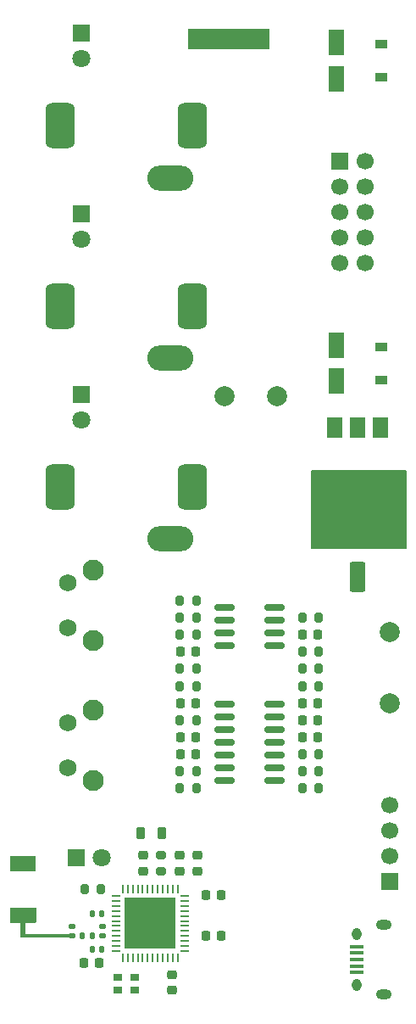
<source format=gbr>
%TF.GenerationSoftware,KiCad,Pcbnew,(6.0.1)*%
%TF.CreationDate,2022-03-12T16:38:44+00:00*%
%TF.ProjectId,Ball_Base_Components,42616c6c-5f42-4617-9365-5f436f6d706f,rev?*%
%TF.SameCoordinates,Original*%
%TF.FileFunction,Soldermask,Top*%
%TF.FilePolarity,Negative*%
%FSLAX46Y46*%
G04 Gerber Fmt 4.6, Leading zero omitted, Abs format (unit mm)*
G04 Created by KiCad (PCBNEW (6.0.1)) date 2022-03-12 16:38:44*
%MOMM*%
%LPD*%
G01*
G04 APERTURE LIST*
G04 Aperture macros list*
%AMRoundRect*
0 Rectangle with rounded corners*
0 $1 Rounding radius*
0 $2 $3 $4 $5 $6 $7 $8 $9 X,Y pos of 4 corners*
0 Add a 4 corners polygon primitive as box body*
4,1,4,$2,$3,$4,$5,$6,$7,$8,$9,$2,$3,0*
0 Add four circle primitives for the rounded corners*
1,1,$1+$1,$2,$3*
1,1,$1+$1,$4,$5*
1,1,$1+$1,$6,$7*
1,1,$1+$1,$8,$9*
0 Add four rect primitives between the rounded corners*
20,1,$1+$1,$2,$3,$4,$5,0*
20,1,$1+$1,$4,$5,$6,$7,0*
20,1,$1+$1,$6,$7,$8,$9,0*
20,1,$1+$1,$8,$9,$2,$3,0*%
%AMFreePoly0*
4,1,21,4.785355,0.185355,4.800000,0.150000,4.800000,-1.300000,5.800000,-1.300000,5.835355,-1.314645,5.850000,-1.350000,5.850000,-2.750000,5.835355,-2.785355,5.800000,-2.800000,3.300000,-2.800000,3.264645,-2.785355,3.250000,-2.750000,3.250000,-1.350000,3.264645,-1.314645,3.300000,-1.300000,4.300000,-1.300000,4.300000,-0.200000,-0.100000,-0.200000,-0.100000,0.200000,4.750000,0.200000,
4.785355,0.185355,4.785355,0.185355,$1*%
G04 Aperture macros list end*
%ADD10C,0.150000*%
%ADD11C,0.100000*%
%ADD12RoundRect,0.200000X0.200000X0.275000X-0.200000X0.275000X-0.200000X-0.275000X0.200000X-0.275000X0*%
%ADD13R,1.800000X1.800000*%
%ADD14C,1.800000*%
%ADD15RoundRect,0.225000X0.225000X0.250000X-0.225000X0.250000X-0.225000X-0.250000X0.225000X-0.250000X0*%
%ADD16RoundRect,0.200000X-0.200000X-0.275000X0.200000X-0.275000X0.200000X0.275000X-0.200000X0.275000X0*%
%ADD17R,0.900000X0.800000*%
%ADD18RoundRect,0.225000X0.250000X-0.225000X0.250000X0.225000X-0.250000X0.225000X-0.250000X-0.225000X0*%
%ADD19RoundRect,0.225000X-0.250000X0.225000X-0.250000X-0.225000X0.250000X-0.225000X0.250000X0.225000X0*%
%ADD20C,2.000000*%
%ADD21R,1.700000X1.700000*%
%ADD22C,1.700000*%
%ADD23R,1.200000X0.900000*%
%ADD24O,0.950000X1.250000*%
%ADD25O,1.550000X1.000000*%
%ADD26R,1.350000X0.400000*%
%ADD27RoundRect,0.250000X0.550000X-1.050000X0.550000X1.050000X-0.550000X1.050000X-0.550000X-1.050000X0*%
%ADD28RoundRect,0.225000X-0.225000X-0.250000X0.225000X-0.250000X0.225000X0.250000X-0.225000X0.250000X0*%
%ADD29RoundRect,0.250000X-0.550000X1.250000X-0.550000X-1.250000X0.550000X-1.250000X0.550000X1.250000X0*%
%ADD30RoundRect,0.140000X0.170000X-0.140000X0.170000X0.140000X-0.170000X0.140000X-0.170000X-0.140000X0*%
%ADD31RoundRect,0.725000X-0.725000X1.575000X-0.725000X-1.575000X0.725000X-1.575000X0.725000X1.575000X0*%
%ADD32O,4.600000X2.500000*%
%ADD33RoundRect,0.062500X-0.062500X0.375000X-0.062500X-0.375000X0.062500X-0.375000X0.062500X0.375000X0*%
%ADD34RoundRect,0.062500X-0.375000X0.062500X-0.375000X-0.062500X0.375000X-0.062500X0.375000X0.062500X0*%
%ADD35R,5.150000X5.150000*%
%ADD36C,2.100000*%
%ADD37C,1.750000*%
%ADD38R,1.500000X2.000000*%
%ADD39R,3.800000X2.000000*%
%ADD40RoundRect,0.200000X-0.275000X0.200000X-0.275000X-0.200000X0.275000X-0.200000X0.275000X0.200000X0*%
%ADD41RoundRect,0.147500X0.147500X0.172500X-0.147500X0.172500X-0.147500X-0.172500X0.147500X-0.172500X0*%
%ADD42RoundRect,0.140000X0.140000X0.170000X-0.140000X0.170000X-0.140000X-0.170000X0.140000X-0.170000X0*%
%ADD43RoundRect,0.150000X-0.825000X-0.150000X0.825000X-0.150000X0.825000X0.150000X-0.825000X0.150000X0*%
%ADD44RoundRect,0.218750X-0.218750X-0.381250X0.218750X-0.381250X0.218750X0.381250X-0.218750X0.381250X0*%
%ADD45RoundRect,0.150000X0.825000X0.150000X-0.825000X0.150000X-0.825000X-0.150000X0.825000X-0.150000X0*%
%ADD46FreePoly0,180.000000*%
%ADD47R,2.600000X1.500000*%
G04 APERTURE END LIST*
D10*
X152700000Y-101450000D02*
X162100000Y-101450000D01*
X162100000Y-101450000D02*
X162100000Y-109100000D01*
X162100000Y-109100000D02*
X152700000Y-109100000D01*
X152700000Y-109100000D02*
X152700000Y-101450000D01*
G36*
X152700000Y-101450000D02*
G01*
X162100000Y-101450000D01*
X162100000Y-109100000D01*
X152700000Y-109100000D01*
X152700000Y-101450000D01*
G37*
D11*
%TO.C,FID1*%
X148400000Y-59300000D02*
X140400000Y-59300000D01*
X140400000Y-59300000D02*
X140400000Y-57300000D01*
X140400000Y-57300000D02*
X148400000Y-57300000D01*
X148400000Y-57300000D02*
X148400000Y-59300000D01*
G36*
X148400000Y-59300000D02*
G01*
X140400000Y-59300000D01*
X140400000Y-57300000D01*
X148400000Y-57300000D01*
X148400000Y-59300000D01*
G37*
X148400000Y-59300000D02*
X140400000Y-59300000D01*
X140400000Y-57300000D01*
X148400000Y-57300000D01*
X148400000Y-59300000D01*
%TD*%
D12*
%TO.C,R5*%
X153425000Y-131400000D03*
X151775000Y-131400000D03*
%TD*%
D13*
%TO.C,D5*%
X129700000Y-75800000D03*
D14*
X129700000Y-78340000D03*
%TD*%
D15*
%TO.C,C8*%
X131475000Y-150500000D03*
X129925000Y-150500000D03*
%TD*%
D16*
%TO.C,R2*%
X139575000Y-131400000D03*
X141225000Y-131400000D03*
%TD*%
D13*
%TO.C,D3*%
X129223750Y-140000000D03*
D14*
X131763750Y-140000000D03*
%TD*%
D17*
%TO.C,Y1*%
X133375000Y-153225000D03*
X135025000Y-153225000D03*
X135025000Y-151975000D03*
X133375000Y-151975000D03*
%TD*%
D18*
%TO.C,C2*%
X139500000Y-141375000D03*
X139500000Y-139825000D03*
%TD*%
D19*
%TO.C,C7*%
X135900000Y-139825000D03*
X135900000Y-141375000D03*
%TD*%
D20*
%TO.C,TP3*%
X149300000Y-94000000D03*
%TD*%
D19*
%TO.C,C4*%
X138800000Y-151725000D03*
X138800000Y-153275000D03*
%TD*%
D13*
%TO.C,D4*%
X129700000Y-57725000D03*
D14*
X129700000Y-60265000D03*
%TD*%
D12*
%TO.C,R4*%
X153425000Y-133100000D03*
X151775000Y-133100000D03*
%TD*%
D13*
%TO.C,D6*%
X129700000Y-93800000D03*
D14*
X129700000Y-96340000D03*
%TD*%
D16*
%TO.C,R12*%
X139575000Y-116100000D03*
X141225000Y-116100000D03*
%TD*%
D20*
%TO.C,TP2*%
X160500000Y-117500000D03*
%TD*%
D21*
%TO.C,J2*%
X160500000Y-142380000D03*
D22*
X160500000Y-139840000D03*
X160500000Y-137300000D03*
X160500000Y-134760000D03*
%TD*%
D23*
%TO.C,D1*%
X159700000Y-92337500D03*
X159700000Y-89037500D03*
%TD*%
D24*
%TO.C,J3*%
X157215000Y-152700000D03*
X157215000Y-147700000D03*
D25*
X159915000Y-146700000D03*
D26*
X157215000Y-151500000D03*
X157215000Y-150850000D03*
X157215000Y-150200000D03*
X157215000Y-149550000D03*
X157215000Y-148900000D03*
D25*
X159915000Y-153700000D03*
%TD*%
D27*
%TO.C,C11*%
X155200000Y-62300000D03*
X155200000Y-58700000D03*
%TD*%
D28*
%TO.C,C6*%
X142125000Y-147800000D03*
X143675000Y-147800000D03*
%TD*%
D16*
%TO.C,R16*%
X139575000Y-114400000D03*
X141225000Y-114400000D03*
%TD*%
D18*
%TO.C,C1*%
X141300000Y-141375000D03*
X141300000Y-139825000D03*
%TD*%
D29*
%TO.C,C14*%
X157300000Y-107650000D03*
X157300000Y-112050000D03*
%TD*%
D30*
%TO.C,C12*%
X131800000Y-147850000D03*
X131800000Y-146890000D03*
%TD*%
D31*
%TO.C,J5*%
X127600000Y-85000000D03*
D32*
X138600000Y-90200000D03*
D31*
X140800000Y-85000000D03*
%TD*%
D20*
%TO.C,TP1*%
X160500000Y-124600000D03*
%TD*%
D28*
%TO.C,C21*%
X139600000Y-119500000D03*
X141150000Y-119500000D03*
%TD*%
%TO.C,C5*%
X142143750Y-143800000D03*
X143693750Y-143800000D03*
%TD*%
D16*
%TO.C,R17*%
X130013750Y-143210000D03*
X131663750Y-143210000D03*
%TD*%
%TO.C,R6*%
X139575000Y-133100000D03*
X141225000Y-133100000D03*
%TD*%
D31*
%TO.C,J6*%
X127600000Y-103000000D03*
D32*
X138600000Y-108200000D03*
D31*
X140800000Y-103000000D03*
%TD*%
D12*
%TO.C,R3*%
X153425000Y-129700000D03*
X151775000Y-129700000D03*
%TD*%
%TO.C,R15*%
X141225000Y-126300000D03*
X139575000Y-126300000D03*
%TD*%
D33*
%TO.C,U1*%
X139350000Y-143162500D03*
X138850000Y-143162500D03*
X138350000Y-143162500D03*
X137850000Y-143162500D03*
X137350000Y-143162500D03*
X136850000Y-143162500D03*
X136350000Y-143162500D03*
X135850000Y-143162500D03*
X135350000Y-143162500D03*
X134850000Y-143162500D03*
X134350000Y-143162500D03*
X133850000Y-143162500D03*
D34*
X133162500Y-143850000D03*
X133162500Y-144350000D03*
X133162500Y-144850000D03*
X133162500Y-145350000D03*
X133162500Y-145850000D03*
X133162500Y-146350000D03*
X133162500Y-146850000D03*
X133162500Y-147350000D03*
X133162500Y-147850000D03*
X133162500Y-148350000D03*
X133162500Y-148850000D03*
X133162500Y-149350000D03*
D33*
X133850000Y-150037500D03*
X134350000Y-150037500D03*
X134850000Y-150037500D03*
X135350000Y-150037500D03*
X135850000Y-150037500D03*
X136350000Y-150037500D03*
X136850000Y-150037500D03*
X137350000Y-150037500D03*
X137850000Y-150037500D03*
X138350000Y-150037500D03*
X138850000Y-150037500D03*
X139350000Y-150037500D03*
D34*
X140037500Y-149350000D03*
X140037500Y-148850000D03*
X140037500Y-148350000D03*
X140037500Y-147850000D03*
X140037500Y-147350000D03*
X140037500Y-146850000D03*
X140037500Y-146350000D03*
X140037500Y-145850000D03*
X140037500Y-145350000D03*
X140037500Y-144850000D03*
X140037500Y-144350000D03*
X140037500Y-143850000D03*
D35*
X136600000Y-146600000D03*
%TD*%
D36*
%TO.C,CONNECT1*%
X130890000Y-125340000D03*
X130890000Y-132350000D03*
D37*
X128400000Y-131100000D03*
X128400000Y-126600000D03*
%TD*%
D23*
%TO.C,D2*%
X159700000Y-62150000D03*
X159700000Y-58850000D03*
%TD*%
D12*
%TO.C,R14*%
X153425000Y-116100000D03*
X151775000Y-116100000D03*
%TD*%
D28*
%TO.C,C19*%
X151825000Y-117800000D03*
X153375000Y-117800000D03*
%TD*%
D38*
%TO.C,U2*%
X159600000Y-97100000D03*
D39*
X157300000Y-103400000D03*
D38*
X157300000Y-97100000D03*
X155000000Y-97100000D03*
%TD*%
D16*
%TO.C,R10*%
X139550000Y-121200000D03*
X141200000Y-121200000D03*
%TD*%
D28*
%TO.C,C22*%
X139625000Y-124600000D03*
X141175000Y-124600000D03*
%TD*%
D40*
%TO.C,R1*%
X137700000Y-139775000D03*
X137700000Y-141425000D03*
%TD*%
D15*
%TO.C,C20*%
X153375000Y-124600000D03*
X151825000Y-124600000D03*
%TD*%
D12*
%TO.C,R9*%
X153425000Y-121200000D03*
X151775000Y-121200000D03*
%TD*%
D21*
%TO.C,J1*%
X155562500Y-70500000D03*
D22*
X158102500Y-70500000D03*
X155562500Y-73040000D03*
X158102500Y-73040000D03*
X155562500Y-75580000D03*
X158102500Y-75580000D03*
X155562500Y-78120000D03*
X158102500Y-78120000D03*
X155562500Y-80660000D03*
X158102500Y-80660000D03*
%TD*%
D41*
%TO.C,L1*%
X130785000Y-147850000D03*
X129815000Y-147850000D03*
%TD*%
D42*
%TO.C,C9*%
X131780000Y-149200000D03*
X130820000Y-149200000D03*
%TD*%
D43*
%TO.C,U4*%
X144025000Y-115095000D03*
X144025000Y-116365000D03*
X144025000Y-117635000D03*
X144025000Y-118905000D03*
X148975000Y-118905000D03*
X148975000Y-117635000D03*
X148975000Y-116365000D03*
X148975000Y-115095000D03*
%TD*%
D16*
%TO.C,R11*%
X139575000Y-122900000D03*
X141225000Y-122900000D03*
%TD*%
D27*
%TO.C,C10*%
X155200000Y-92487500D03*
X155200000Y-88887500D03*
%TD*%
D36*
%TO.C,RESET1*%
X130890000Y-118350000D03*
X130890000Y-111340000D03*
D37*
X128400000Y-117100000D03*
X128400000Y-112600000D03*
%TD*%
D20*
%TO.C,TP4*%
X144000000Y-94000000D03*
%TD*%
D15*
%TO.C,C17*%
X141175000Y-129700000D03*
X139625000Y-129700000D03*
%TD*%
D28*
%TO.C,C15*%
X139625000Y-128000000D03*
X141175000Y-128000000D03*
%TD*%
D44*
%TO.C,L2*%
X135656250Y-137600000D03*
X137781250Y-137600000D03*
%TD*%
D12*
%TO.C,R8*%
X153425000Y-119500000D03*
X151775000Y-119500000D03*
%TD*%
D42*
%TO.C,C3*%
X131780000Y-145600000D03*
X130820000Y-145600000D03*
%TD*%
D30*
%TO.C,C13*%
X128800000Y-147820000D03*
X128800000Y-146860000D03*
%TD*%
D15*
%TO.C,C16*%
X153375000Y-128000000D03*
X151825000Y-128000000D03*
%TD*%
D16*
%TO.C,R13*%
X139575000Y-117800000D03*
X141225000Y-117800000D03*
%TD*%
D45*
%TO.C,U3*%
X148975000Y-132310000D03*
X148975000Y-131040000D03*
X148975000Y-129770000D03*
X148975000Y-128500000D03*
X148975000Y-127230000D03*
X148975000Y-125960000D03*
X148975000Y-124690000D03*
X144025000Y-124690000D03*
X144025000Y-125960000D03*
X144025000Y-127230000D03*
X144025000Y-128500000D03*
X144025000Y-129770000D03*
X144025000Y-131040000D03*
X144025000Y-132310000D03*
%TD*%
D31*
%TO.C,J4*%
X127600000Y-67000000D03*
D32*
X138600000Y-72200000D03*
D31*
X140800000Y-67000000D03*
%TD*%
D46*
%TO.C,AE1*%
X128425000Y-147800000D03*
D47*
X123875000Y-140650000D03*
%TD*%
D12*
%TO.C,R7*%
X153425000Y-122900000D03*
X151775000Y-122900000D03*
%TD*%
D15*
%TO.C,C18*%
X153375000Y-126300000D03*
X151825000Y-126300000D03*
%TD*%
M02*

</source>
